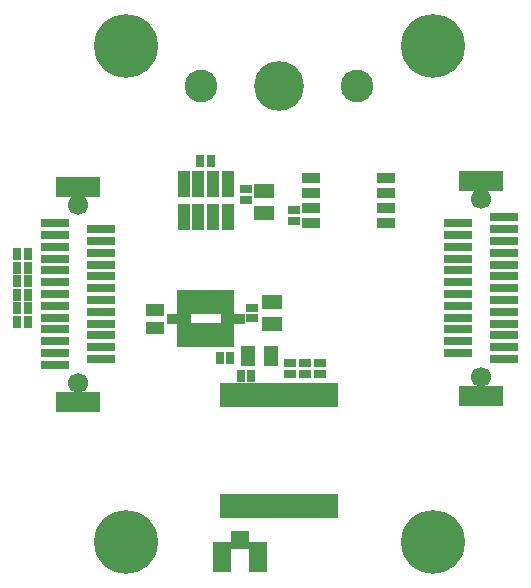
<source format=gts>
G04 (created by PCBNEW (2013-09-06 BZR 4312)-stable) date N 14 nov   2013 22:35:42 EET*
%MOIN*%
G04 Gerber Fmt 3.4, Leading zero omitted, Abs format*
%FSLAX34Y34*%
G01*
G70*
G90*
G04 APERTURE LIST*
%ADD10C,0.000787*%
%ADD11R,0.097638X0.031496*%
%ADD12C,0.066929*%
%ADD13R,0.149606X0.066929*%
%ADD14C,0.212598*%
%ADD15C,0.108748*%
%ADD16C,0.165748*%
%ADD17R,0.039348X0.031448*%
%ADD18R,0.070748X0.050748*%
%ADD19R,0.031448X0.039348*%
%ADD20R,0.060748X0.040748*%
%ADD21R,0.060748X0.035748*%
%ADD22R,0.043307X0.086614*%
%ADD23R,0.059055X0.059055*%
%ADD24R,0.059055X0.102362*%
%ADD25R,0.050748X0.070748*%
%ADD26R,0.035433X0.078740*%
%ADD27R,0.078740X0.035433*%
%ADD28R,0.047244X0.078740*%
G04 APERTURE END LIST*
G54D10*
G54D11*
X41732Y-42913D03*
X41732Y-43307D03*
X41732Y-43700D03*
X41732Y-44094D03*
X41732Y-44488D03*
X41732Y-44881D03*
X41732Y-45275D03*
X41732Y-45669D03*
X41732Y-46062D03*
X41732Y-46456D03*
X41732Y-46850D03*
X41732Y-47244D03*
X41732Y-47637D03*
X43275Y-47440D03*
X43275Y-47047D03*
X43275Y-46653D03*
X43275Y-46259D03*
X43275Y-45866D03*
X43275Y-45472D03*
X43275Y-45078D03*
X43275Y-44685D03*
X43275Y-44291D03*
X43275Y-43897D03*
X43275Y-43503D03*
X43275Y-43110D03*
G54D12*
X42503Y-42303D03*
X42503Y-48248D03*
G54D13*
X42503Y-41692D03*
X42503Y-48858D03*
G54D12*
X42503Y-48248D03*
X42503Y-42303D03*
G54D13*
X42503Y-48858D03*
X42503Y-41692D03*
G54D11*
X56692Y-47440D03*
X56692Y-47047D03*
X56692Y-46653D03*
X56692Y-46259D03*
X56692Y-45866D03*
X56692Y-45472D03*
X56692Y-45078D03*
X56692Y-44685D03*
X56692Y-44291D03*
X56692Y-43897D03*
X56692Y-43503D03*
X56692Y-43110D03*
X56692Y-42716D03*
X55149Y-42913D03*
X55149Y-43307D03*
X55149Y-43700D03*
X55149Y-44094D03*
X55149Y-44488D03*
X55149Y-44881D03*
X55149Y-45275D03*
X55149Y-45669D03*
X55149Y-46062D03*
X55149Y-46456D03*
X55149Y-46850D03*
X55149Y-47244D03*
G54D12*
X55921Y-48051D03*
X55921Y-42106D03*
G54D13*
X55921Y-48661D03*
X55921Y-41496D03*
G54D12*
X55921Y-42106D03*
X55921Y-48051D03*
G54D13*
X55921Y-41496D03*
X55921Y-48661D03*
G54D14*
X44094Y-37007D03*
X54330Y-37007D03*
X54330Y-53543D03*
X44094Y-53543D03*
G54D15*
X46600Y-38350D03*
X51800Y-38350D03*
G54D16*
X49200Y-38350D03*
G54D17*
X48100Y-41773D03*
X48100Y-42127D03*
G54D18*
X48700Y-41825D03*
X48700Y-42575D03*
G54D19*
X46927Y-40850D03*
X46573Y-40850D03*
G54D17*
X49700Y-42827D03*
X49700Y-42473D03*
X48300Y-46077D03*
X48300Y-45723D03*
G54D18*
X48950Y-46275D03*
X48950Y-45525D03*
G54D19*
X47923Y-48000D03*
X48277Y-48000D03*
X47577Y-47400D03*
X47223Y-47400D03*
G54D20*
X45050Y-45800D03*
X45050Y-46400D03*
G54D19*
X40827Y-43950D03*
X40473Y-43950D03*
X40827Y-44850D03*
X40473Y-44850D03*
X40827Y-44400D03*
X40473Y-44400D03*
G54D17*
X49550Y-47927D03*
X49550Y-47573D03*
X50550Y-47927D03*
X50550Y-47573D03*
X50050Y-47927D03*
X50050Y-47573D03*
G54D19*
X40827Y-45300D03*
X40473Y-45300D03*
X40827Y-45750D03*
X40473Y-45750D03*
X40827Y-46200D03*
X40473Y-46200D03*
G54D21*
X50250Y-42900D03*
X50250Y-42400D03*
X50250Y-41900D03*
X50250Y-41400D03*
X52750Y-41400D03*
X52750Y-41900D03*
X52750Y-42400D03*
X52750Y-42900D03*
G54D22*
X47488Y-41598D03*
X46996Y-41598D03*
X46503Y-41598D03*
X46011Y-41598D03*
X46011Y-42701D03*
X46503Y-42701D03*
X46996Y-42701D03*
X47488Y-42701D03*
G54D23*
X47900Y-53459D03*
G54D24*
X47309Y-54050D03*
X48490Y-54050D03*
G54D25*
X48175Y-47350D03*
X48925Y-47350D03*
G54D26*
X47537Y-45548D03*
X47222Y-45548D03*
X46907Y-45548D03*
X46592Y-45548D03*
X46277Y-45548D03*
X45962Y-45548D03*
G54D27*
X45844Y-46100D03*
G54D26*
X45962Y-46651D03*
X46277Y-46651D03*
X46592Y-46651D03*
X46907Y-46651D03*
X47222Y-46651D03*
X47537Y-46651D03*
G54D27*
X47655Y-46100D03*
G54D28*
X50932Y-48649D03*
X50499Y-48649D03*
X50066Y-48649D03*
X49633Y-48649D03*
X49200Y-48649D03*
X48766Y-48649D03*
X48333Y-48649D03*
X47900Y-48649D03*
X47467Y-48649D03*
X47467Y-52350D03*
X47900Y-52350D03*
X48333Y-52350D03*
X48766Y-52350D03*
X49200Y-52350D03*
X49633Y-52350D03*
X50066Y-52350D03*
X50499Y-52350D03*
X50932Y-52350D03*
M02*

</source>
